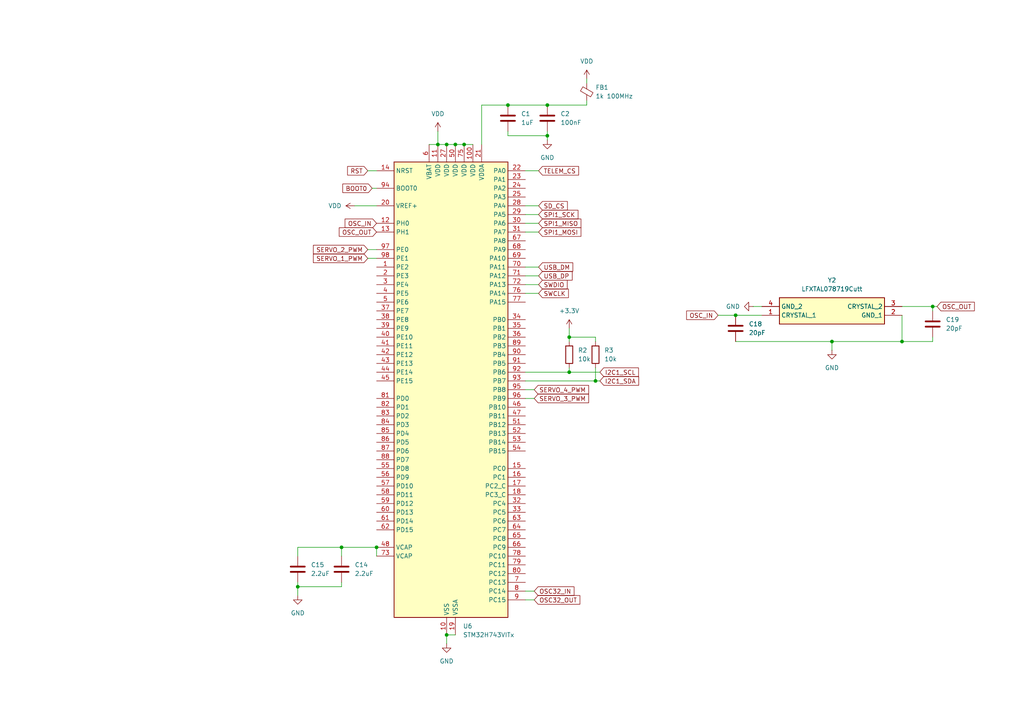
<source format=kicad_sch>
(kicad_sch (version 20231120) (generator "eeschema") (generator_version "8.0")
  (paper "A4")
  (lib_symbols
    (symbol "Device:C" (pin_numbers hide) (pin_names (offset 0.254))
      (property "Reference" "C" (at 0.635 2.54 0))
      (property "Value" "C" (at 0.635 -2.54 0))
      (symbol "C_0_1"
        (polyline (pts (xy -2.032 -0.762) (xy 2.032 -0.762)) (stroke (width 0.508)))
        (polyline (pts (xy -2.032 0.762) (xy 2.032 0.762)) (stroke (width 0.508)))
      )
      (symbol "C_1_1"
        (pin passive line (at 0 3.81 270) (length 2.794) (name "~") (number "1"))
        (pin passive line (at 0 -3.81 90) (length 2.794) (name "~") (number "2"))
      )
    )
    (symbol "Device:FerriteBead_Small" (pin_numbers hide) (pin_names (offset 0))
      (property "Reference" "FB" (at 1.905 1.27 0))
      (property "Value" "FerriteBead_Small" (at 1.905 -1.27 0))
      (symbol "FerriteBead_Small_0_1"
        (polyline (pts (xy 0 -1.27) (xy 0 -0.7874)))
        (polyline (pts (xy 0 0.889) (xy 0 1.2954)))
        (polyline (pts (xy -1.8288 0.2794) (xy -1.1176 1.4986) (xy 1.8288 -0.2032) (xy 1.1176 -1.4224) (xy -1.8288 0.2794)))
      )
      (symbol "FerriteBead_Small_1_1"
        (pin passive line (at 0 2.54 270) (length 1.27) (name "~") (number "1"))
        (pin passive line (at 0 -2.54 90) (length 1.27) (name "~") (number "2"))
      )
    )
    (symbol "Device:R" (pin_numbers hide) (pin_names (offset 0))
      (property "Reference" "R" (at 2.032 0 90))
      (property "Value" "R" (at 0 0 90))
      (symbol "R_0_1"
        (rectangle (start -1.016 -2.54) (end 1.016 2.54) (stroke (width 0.254)))
      )
      (symbol "R_1_1"
        (pin passive line (at 0 3.81 270) (length 1.27) (name "~") (number "1"))
        (pin passive line (at 0 -3.81 90) (length 1.27) (name "~") (number "2"))
      )
    )
    (symbol "MCU_ST_STM32H7:STM32H743VITx"
      (property "Reference" "U" (at -15.24 67.31 0))
      (property "Value" "STM32H743VITx" (at 12.7 67.31 0))
      (symbol "STM32H743VITx_0_1"
        (rectangle (start -15.24 -66.04) (end 17.78 66.04) (stroke (width 0.254)) (fill (type background)))
      )
      (symbol "STM32H743VITx_1_1"
        (pin bidirectional line (at -20.32 35.56 0) (length 5.08) (name "PE2") (number "1"))
        (pin power_in line (at 0 -71.12 90) (length 5.08) (name "VSS") (number "10"))
        (pin power_in line (at 7.62 71.12 270) (length 5.08) (name "VDD") (number "100"))
        (pin power_in line (at -2.54 71.12 270) (length 5.08) (name "VDD") (number "11"))
        (pin bidirectional line (at -20.32 48.26 0) (length 5.08) (name "PH0") (number "12"))
        (pin bidirectional line (at -20.32 45.72 0) (length 5.08) (name "PH1") (number "13"))
        (pin input line (at -20.32 63.5 0) (length 5.08) (name "NRST") (number "14"))
        (pin bidirectional line (at 22.86 -22.86 180) (length 5.08) (name "PC0") (number "15"))
        (pin bidirectional line (at 22.86 -25.4 180) (length 5.08) (name "PC1") (number "16"))
        (pin bidirectional line (at 22.86 -27.94 180) (length 5.08) (name "PC2_C") (number "17"))
        (pin bidirectional line (at 22.86 -30.48 180) (length 5.08) (name "PC3_C") (number "18"))
        (pin power_in line (at 2.54 -71.12 90) (length 5.08) (name "VSSA") (number "19"))
        (pin bidirectional line (at -20.32 33.02 0) (length 5.08) (name "PE3") (number "2"))
        (pin input line (at -20.32 53.34 0) (length 5.08) (name "VREF+") (number "20"))
        (pin power_in line (at 10.16 71.12 270) (length 5.08) (name "VDDA") (number "21"))
        (pin bidirectional line (at 22.86 63.5 180) (length 5.08) (name "PA0") (number "22"))
        (pin bidirectional line (at 22.86 60.96 180) (length 5.08) (name "PA1") (number "23"))
        (pin bidirectional line (at 22.86 58.42 180) (length 5.08) (name "PA2") (number "24"))
        (pin bidirectional line (at 22.86 55.88 180) (length 5.08) (name "PA3") (number "25"))
        (pin passive line (at 0 -71.12 90) (length 5.08) hide (name "VSS") (number "26"))
        (pin power_in line (at 0 71.12 270) (length 5.08) (name "VDD") (number "27"))
        (pin bidirectional line (at 22.86 53.34 180) (length 5.08) (name "PA4") (number "28"))
        (pin bidirectional line (at 22.86 50.8 180) (length 5.08) (name "PA5") (number "29"))
        (pin bidirectional line (at -20.32 30.48 0) (length 5.08) (name "PE4") (number "3"))
        (pin bidirectional line (at 22.86 48.26 180) (length 5.08) (name "PA6") (number "30"))
        (pin bidirectional line (at 22.86 45.72 180) (length 5.08) (name "PA7") (number "31"))
        (pin bidirectional line (at 22.86 -33.02 180) (length 5.08) (name "PC4") (number "32"))
        (pin bidirectional line (at 22.86 -35.56 180) (length 5.08) (name "PC5") (number "33"))
        (pin bidirectional line (at 22.86 20.32 180) (length 5.08) (name "PB0") (number "34"))
        (pin bidirectional line (at 22.86 17.78 180) (length 5.08) (name "PB1") (number "35"))
        (pin bidirectional line (at 22.86 15.24 180) (length 5.08) (name "PB2") (number "36"))
        (pin bidirectional line (at -20.32 22.86 0) (length 5.08) (name "PE7") (number "37"))
        (pin bidirectional line (at -20.32 20.32 0) (length 5.08) (name "PE8") (number "38"))
        (pin bidirectional line (at -20.32 17.78 0) (length 5.08) (name "PE9") (number "39"))
        (pin bidirectional line (at -20.32 27.94 0) (length 5.08) (name "PE5") (number "4"))
        (pin bidirectional line (at -20.32 15.24 0) (length 5.08) (name "PE10") (number "40"))
        (pin bidirectional line (at -20.32 12.7 0) (length 5.08) (name "PE11") (number "41"))
        (pin bidirectional line (at -20.32 10.16 0) (length 5.08) (name "PE12") (number "42"))
        (pin bidirectional line (at -20.32 7.62 0) (length 5.08) (name "PE13") (number "43"))
        (pin bidirectional line (at -20.32 5.08 0) (length 5.08) (name "PE14") (number "44"))
        (pin bidirectional line (at -20.32 2.54 0) (length 5.08) (name "PE15") (number "45"))
        (pin bidirectional line (at 22.86 -5.08 180) (length 5.08) (name "PB10") (number "46"))
        (pin bidirectional line (at 22.86 -7.62 180) (length 5.08) (name "PB11") (number "47"))
        (pin power_out line (at -20.32 -45.72 0) (length 5.08) (name "VCAP") (number "48"))
        (pin passive line (at 0 -71.12 90) (length 5.08) hide (name "VSS") (number "49"))
        (pin bidirectional line (at -20.32 25.4 0) (length 5.08) (name "PE6") (number "5"))
        (pin power_in line (at 2.54 71.12 270) (length 5.08) (name "VDD") (number "50"))
        (pin bidirectional line (at 22.86 -10.16 180) (length 5.08) (name "PB12") (number "51"))
        (pin bidirectional line (at 22.86 -12.7 180) (length 5.08) (name "PB13") (number "52"))
        (pin bidirectional line (at 22.86 -15.24 180) (length 5.08) (name "PB14") (number "53"))
        (pin bidirectional line (at 22.86 -17.78 180) (length 5.08) (name "PB15") (number "54"))
        (pin bidirectional line (at -20.32 -22.86 0) (length 5.08) (name "PD8") (number "55"))
        (pin bidirectional line (at -20.32 -25.4 0) (length 5.08) (name "PD9") (number "56"))
        (pin bidirectional line (at -20.32 -27.94 0) (length 5.08) (name "PD10") (number "57"))
        (pin bidirectional line (at -20.32 -30.48 0) (length 5.08) (name "PD11") (number "58"))
        (pin bidirectional line (at -20.32 -33.02 0) (length 5.08) (name "PD12") (number "59"))
        (pin power_in line (at -5.08 71.12 270) (length 5.08) (name "VBAT") (number "6"))
        (pin bidirectional line (at -20.32 -35.56 0) (length 5.08) (name "PD13") (number "60"))
        (pin bidirectional line (at -20.32 -38.1 0) (length 5.08) (name "PD14") (number "61"))
        (pin bidirectional line (at -20.32 -40.64 0) (length 5.08) (name "PD15") (number "62"))
        (pin bidirectional line (at 22.86 -38.1 180) (length 5.08) (name "PC6") (number "63"))
        (pin bidirectional line (at 22.86 -40.64 180) (length 5.08) (name "PC7") (number "64"))
        (pin bidirectional line (at 22.86 -43.18 180) (length 5.08) (name "PC8") (number "65"))
        (pin bidirectional line (at 22.86 -45.72 180) (length 5.08) (name "PC9") (number "66"))
        (pin bidirectional line (at 22.86 43.18 180) (length 5.08) (name "PA8") (number "67"))
        (pin bidirectional line (at 22.86 40.64 180) (length 5.08) (name "PA9") (number "68"))
        (pin bidirectional line (at 22.86 38.1 180) (length 5.08) (name "PA10") (number "69"))
        (pin bidirectional line (at 22.86 -55.88 180) (length 5.08) (name "PC13") (number "7"))
        (pin bidirectional line (at 22.86 35.56 180) (length 5.08) (name "PA11") (number "70"))
        (pin bidirectional line (at 22.86 33.02 180) (length 5.08) (name "PA12") (number "71"))
        (pin bidirectional line (at 22.86 30.48 180) (length 5.08) (name "PA13") (number "72"))
        (pin power_out line (at -20.32 -48.26 0) (length 5.08) (name "VCAP") (number "73"))
        (pin passive line (at 0 -71.12 90) (length 5.08) hide (name "VSS") (number "74"))
        (pin power_in line (at 5.08 71.12 270) (length 5.08) (name "VDD") (number "75"))
        (pin bidirectional line (at 22.86 27.94 180) (length 5.08) (name "PA14") (number "76"))
        (pin bidirectional line (at 22.86 25.4 180) (length 5.08) (name "PA15") (number "77"))
        (pin bidirectional line (at 22.86 -48.26 180) (length 5.08) (name "PC10") (number "78"))
        (pin bidirectional line (at 22.86 -50.8 180) (length 5.08) (name "PC11") (number "79"))
        (pin bidirectional line (at 22.86 -58.42 180) (length 5.08) (name "PC14") (number "8"))
        (pin bidirectional line (at 22.86 -53.34 180) (length 5.08) (name "PC12") (number "80"))
        (pin bidirectional line (at -20.32 -2.54 0) (length 5.08) (name "PD0") (number "81"))
        (pin bidirectional line (at -20.32 -5.08 0) (length 5.08) (name "PD1") (number "82"))
        (pin bidirectional line (at -20.32 -7.62 0) (length 5.08) (name "PD2") (number "83"))
        (pin bidirectional line (at -20.32 -10.16 0) (length 5.08) (name "PD3") (number "84"))
        (pin bidirectional line (at -20.32 -12.7 0) (length 5.08) (name "PD4") (number "85"))
        (pin bidirectional line (at -20.32 -15.24 0) (length 5.08) (name "PD5") (number "86"))
        (pin bidirectional line (at -20.32 -17.78 0) (length 5.08) (name "PD6") (number "87"))
        (pin bidirectional line (at -20.32 -20.32 0) (length 5.08) (name "PD7") (number "88"))
        (pin bidirectional line (at 22.86 12.7 180) (length 5.08) (name "PB3") (number "89"))
        (pin bidirectional line (at 22.86 -60.96 180) (length 5.08) (name "PC15") (number "9"))
        (pin bidirectional line (at 22.86 10.16 180) (length 5.08) (name "PB4") (number "90"))
        (pin bidirectional line (at 22.86 7.62 180) (length 5.08) (name "PB5") (number "91"))
        (pin bidirectional line (at 22.86 5.08 180) (length 5.08) (name "PB6") (number "92"))
        (pin bidirectional line (at 22.86 2.54 180) (length 5.08) (name "PB7") (number "93"))
        (pin input line (at -20.32 58.42 0) (length 5.08) (name "BOOT0") (number "94"))
        (pin bidirectional line (at 22.86 0 180) (length 5.08) (name "PB8") (number "95"))
        (pin bidirectional line (at 22.86 -2.54 180) (length 5.08) (name "PB9") (number "96"))
        (pin bidirectional line (at -20.32 40.64 0) (length 5.08) (name "PE0") (number "97"))
        (pin bidirectional line (at -20.32 38.1 0) (length 5.08) (name "PE1") (number "98"))
        (pin passive line (at 0 -71.12 90) (length 5.08) hide (name "VSS") (number "99"))
      )
    )
    (symbol "VanguardLib:LFXTAL078719Cutt"
      (property "Reference" "Y" (at 36.83 7.62 0))
      (property "Value" "LFXTAL078719Cutt" (at 36.83 5.08 0))
      (symbol "LFXTAL078719Cutt_1_1"
        (rectangle (start 5.08 2.54) (end 35.56 -5.08) (stroke (width 0.254)) (fill (type background)))
        (pin passive line (at 0 -2.54 0) (length 5.08) (name "CRYSTAL_1") (number "1"))
        (pin passive line (at 40.64 -2.54 180) (length 5.08) (name "GND_1") (number "2"))
        (pin passive line (at 40.64 0 180) (length 5.08) (name "CRYSTAL_2") (number "3"))
        (pin passive line (at 0 0 0) (length 5.08) (name "GND_2") (number "4"))
      )
    )
    (symbol "power:+3.3V" (power) (pin_numbers hide) (pin_names (offset 0) hide)
      (property "Value" "+3.3V" (at 0 3.556 0))
      (symbol "+3.3V_0_1"
        (polyline (pts (xy -0.762 1.27) (xy 0 2.54)))
        (polyline (pts (xy 0 0) (xy 0 2.54)))
        (polyline (pts (xy 0 2.54) (xy 0.762 1.27)))
      )
      (symbol "+3.3V_1_1"
        (pin power_in line (at 0 0 90) (length 0) (name "~") (number "1"))
      )
    )
    (symbol "power:GND" (power) (pin_numbers hide) (pin_names (offset 0) hide)
      (property "Value" "GND" (at 0 -3.81 0))
      (symbol "GND_0_1"
        (polyline (pts (xy 0 0) (xy 0 -1.27) (xy 1.27 -1.27) (xy 0 -2.54) (xy -1.27 -1.27) (xy 0 -1.27)))
      )
      (symbol "GND_1_1"
        (pin power_in line (at 0 0 270) (length 0) (name "~") (number "1"))
      )
    )
    (symbol "power:VDD" (power) (pin_numbers hide) (pin_names (offset 0) hide)
      (property "Value" "VDD" (at 0 3.556 0))
      (symbol "VDD_0_1"
        (polyline (pts (xy -0.762 1.27) (xy 0 2.54)))
        (polyline (pts (xy 0 0) (xy 0 2.54)))
        (polyline (pts (xy 0 2.54) (xy 0.762 1.27)))
      )
      (symbol "VDD_1_1"
        (pin power_in line (at 0 0 90) (length 0) (name "~") (number "1"))
      )
    )
  )
  (junction (at 99.06 158.75))
  (junction (at 132.08 41.91))
  (junction (at 86.36 170.18))
  (junction (at 109.22 158.75))
  (junction (at 134.62 41.91))
  (junction (at 261.62 99.06))
  (junction (at 158.75 30.48))
  (junction (at 129.54 41.91))
  (junction (at 165.1 97.79))
  (junction (at 147.32 30.48))
  (junction (at 165.1 107.95))
  (junction (at 213.36 91.44))
  (junction (at 241.3 99.06))
  (junction (at 270.51 88.9))
  (junction (at 129.54 184.15))
  (junction (at 158.75 39.37))
  (junction (at 127 41.91))
  (junction (at 172.72 110.49))
  (wire (pts (xy 129.54 184.15) (xy 132.08 184.15)))
  (wire (pts (xy 172.72 97.79) (xy 172.72 99.06)))
  (wire (pts (xy 124.46 41.91) (xy 127 41.91)))
  (wire (pts (xy 99.06 158.75) (xy 86.36 158.75)))
  (wire (pts (xy 129.54 184.15) (xy 129.54 186.69)))
  (wire (pts (xy 165.1 97.79) (xy 172.72 97.79)))
  (wire (pts (xy 271.78 88.9) (xy 270.51 88.9)))
  (wire (pts (xy 86.36 168.91) (xy 86.36 170.18)))
  (wire (pts (xy 147.32 39.37) (xy 147.32 38.1)))
  (wire (pts (xy 213.36 99.06) (xy 241.3 99.06)))
  (wire (pts (xy 270.51 88.9) (xy 261.62 88.9)))
  (wire (pts (xy 152.4 110.49) (xy 172.72 110.49)))
  (wire (pts (xy 241.3 99.06) (xy 261.62 99.06)))
  (wire (pts (xy 152.4 62.23) (xy 156.21 62.23)))
  (wire (pts (xy 165.1 97.79) (xy 165.1 99.06)))
  (wire (pts (xy 218.44 88.9) (xy 220.98 88.9)))
  (wire (pts (xy 132.08 41.91) (xy 134.62 41.91)))
  (wire (pts (xy 147.32 30.48) (xy 158.75 30.48)))
  (wire (pts (xy 208.28 91.44) (xy 213.36 91.44)))
  (wire (pts (xy 152.4 171.45) (xy 154.94 171.45)))
  (wire (pts (xy 106.68 72.39) (xy 109.22 72.39)))
  (wire (pts (xy 107.95 54.61) (xy 109.22 54.61)))
  (wire (pts (xy 152.4 85.09) (xy 156.21 85.09)))
  (wire (pts (xy 170.18 22.86) (xy 170.18 24.13)))
  (wire (pts (xy 152.4 107.95) (xy 165.1 107.95)))
  (wire (pts (xy 270.51 99.06) (xy 270.51 97.79)))
  (wire (pts (xy 152.4 82.55) (xy 156.21 82.55)))
  (wire (pts (xy 158.75 38.1) (xy 158.75 39.37)))
  (wire (pts (xy 152.4 80.01) (xy 156.21 80.01)))
  (wire (pts (xy 165.1 95.25) (xy 165.1 97.79)))
  (wire (pts (xy 99.06 158.75) (xy 109.22 158.75)))
  (wire (pts (xy 134.62 41.91) (xy 137.16 41.91)))
  (wire (pts (xy 129.54 41.91) (xy 132.08 41.91)))
  (wire (pts (xy 127 38.1) (xy 127 41.91)))
  (wire (pts (xy 152.4 59.69) (xy 156.21 59.69)))
  (wire (pts (xy 152.4 173.99) (xy 154.94 173.99)))
  (wire (pts (xy 99.06 161.29) (xy 99.06 158.75)))
  (wire (pts (xy 165.1 107.95) (xy 173.99 107.95)))
  (wire (pts (xy 152.4 49.53) (xy 156.21 49.53)))
  (wire (pts (xy 99.06 170.18) (xy 99.06 168.91)))
  (wire (pts (xy 241.3 99.06) (xy 241.3 101.6)))
  (wire (pts (xy 86.36 158.75) (xy 86.36 161.29)))
  (wire (pts (xy 127 41.91) (xy 129.54 41.91)))
  (wire (pts (xy 139.7 30.48) (xy 147.32 30.48)))
  (wire (pts (xy 170.18 30.48) (xy 158.75 30.48)))
  (wire (pts (xy 147.32 39.37) (xy 158.75 39.37)))
  (wire (pts (xy 170.18 29.21) (xy 170.18 30.48)))
  (wire (pts (xy 152.4 113.03) (xy 154.94 113.03)))
  (wire (pts (xy 172.72 110.49) (xy 173.99 110.49)))
  (wire (pts (xy 261.62 91.44) (xy 261.62 99.06)))
  (wire (pts (xy 261.62 99.06) (xy 270.51 99.06)))
  (wire (pts (xy 213.36 91.44) (xy 220.98 91.44)))
  (wire (pts (xy 86.36 170.18) (xy 86.36 172.72)))
  (wire (pts (xy 109.22 158.75) (xy 109.22 161.29)))
  (wire (pts (xy 106.68 49.53) (xy 109.22 49.53)))
  (wire (pts (xy 139.7 30.48) (xy 139.7 41.91)))
  (wire (pts (xy 109.22 59.69) (xy 102.87 59.69)))
  (wire (pts (xy 172.72 106.68) (xy 172.72 110.49)))
  (wire (pts (xy 152.4 67.31) (xy 156.21 67.31)))
  (wire (pts (xy 152.4 77.47) (xy 156.21 77.47)))
  (wire (pts (xy 152.4 64.77) (xy 156.21 64.77)))
  (wire (pts (xy 106.68 74.93) (xy 109.22 74.93)))
  (wire (pts (xy 165.1 106.68) (xy 165.1 107.95)))
  (wire (pts (xy 86.36 170.18) (xy 99.06 170.18)))
  (wire (pts (xy 158.75 39.37) (xy 158.75 40.64)))
  (wire (pts (xy 270.51 88.9) (xy 270.51 90.17)))
  (wire (pts (xy 152.4 115.57) (xy 154.94 115.57)))
  (global_label "SERVO_2_PWM" (shape input) (at 106.68 72.39 180) (property "Intersheetrefs" "${INTERSHEET_REFS}" (effects (hide yes))))
  (global_label "OSC_IN" (shape input) (at 208.28 91.44 180) (property "Intersheetrefs" "${INTERSHEET_REFS}" (effects (hide yes))))
  (global_label "I2C1_SCL" (shape input) (at 173.99 107.95 0) (property "Intersheetrefs" "${INTERSHEET_REFS}" (effects (hide yes))))
  (global_label "OSC32_IN" (shape input) (at 154.94 171.45 0) (property "Intersheetrefs" "${INTERSHEET_REFS}" (effects (hide yes))))
  (global_label "SWDIO" (shape input) (at 156.21 82.55 0) (property "Intersheetrefs" "${INTERSHEET_REFS}" (effects (hide yes))))
  (global_label "OSC32_OUT" (shape input) (at 154.94 173.99 0) (property "Intersheetrefs" "${INTERSHEET_REFS}" (effects (hide yes))))
  (global_label "SPI1_MOSI" (shape input) (at 156.21 67.31 0) (property "Intersheetrefs" "${INTERSHEET_REFS}" (effects (hide yes))))
  (global_label "BOOT0" (shape input) (at 107.95 54.61 180) (property "Intersheetrefs" "${INTERSHEET_REFS}" (effects (hide yes))))
  (global_label "OSC_IN" (shape input) (at 109.22 64.77 180) (property "Intersheetrefs" "${INTERSHEET_REFS}" (effects (hide yes))))
  (global_label "SWCLK" (shape input) (at 156.21 85.09 0) (property "Intersheetrefs" "${INTERSHEET_REFS}" (effects (hide yes))))
  (global_label "SERVO_3_PWM" (shape input) (at 154.94 115.57 0) (property "Intersheetrefs" "${INTERSHEET_REFS}" (effects (hide yes))))
  (global_label "USB_DP" (shape input) (at 156.21 80.01 0) (property "Intersheetrefs" "${INTERSHEET_REFS}" (effects (hide yes))))
  (global_label "SD_CS" (shape input) (at 156.21 59.69 0) (property "Intersheetrefs" "${INTERSHEET_REFS}" (effects (hide yes))))
  (global_label "TELEM_CS" (shape input) (at 156.21 49.53 0) (property "Intersheetrefs" "${INTERSHEET_REFS}" (effects (hide yes))))
  (global_label "OSC_OUT" (shape input) (at 271.78 88.9 0) (property "Intersheetrefs" "${INTERSHEET_REFS}" (effects (hide yes))))
  (global_label "SERVO_4_PWM" (shape input) (at 154.94 113.03 0) (property "Intersheetrefs" "${INTERSHEET_REFS}" (effects (hide yes))))
  (global_label "I2C1_SDA" (shape input) (at 173.99 110.49 0) (property "Intersheetrefs" "${INTERSHEET_REFS}" (effects (hide yes))))
  (global_label "USB_DM" (shape input) (at 156.21 77.47 0) (property "Intersheetrefs" "${INTERSHEET_REFS}" (effects (hide yes))))
  (global_label "OSC_OUT" (shape input) (at 109.22 67.31 180) (property "Intersheetrefs" "${INTERSHEET_REFS}" (effects (hide yes))))
  (global_label "SPI1_SCK" (shape input) (at 156.21 62.23 0) (property "Intersheetrefs" "${INTERSHEET_REFS}" (effects (hide yes))))
  (global_label "SERVO_1_PWM" (shape input) (at 106.68 74.93 180) (property "Intersheetrefs" "${INTERSHEET_REFS}" (effects (hide yes))))
  (global_label "SPI1_MISO" (shape input) (at 156.21 64.77 0) (property "Intersheetrefs" "${INTERSHEET_REFS}" (effects (hide yes))))
  (global_label "RST" (shape input) (at 106.68 49.53 180) (property "Intersheetrefs" "${INTERSHEET_REFS}" (effects (hide yes))))
  (symbol (lib_id "Device:C") (at 158.75 34.29 0) (unit 1)
    (property "Reference" "C2" (at 162.56 33.0199 0) (effects (justify left)))
    (property "Value" "100nF" (at 162.56 35.5599 0) (effects (justify left)))
    (property "Footprint" "Capacitor_SMD:C_0402_1005Metric" (effects (hide yes)))
    (property "Description" "Unpolarized capacitor" (effects (hide yes)))
  )
  (symbol (lib_id "power:GND") (at 129.54 186.69 0) (unit 1)
    (property "Reference" "#PWR04" (effects (hide yes)))
    (property "Value" "GND" (at 129.54 191.77 0))
    (property "Description" "Power symbol creates a global label with name \"GND\" , ground" (effects (hide yes)))
  )
  (symbol (lib_id "power:GND") (at 158.75 40.64 0) (unit 1)
    (property "Reference" "#PWR02" (effects (hide yes)))
    (property "Value" "GND" (at 158.75 45.72 0))
    (property "Description" "Power symbol creates a global label with name \"GND\" , ground" (effects (hide yes)))
  )
  (symbol (lib_id "Device:R") (at 165.1 102.87 0) (unit 1)
    (property "Reference" "R2" (at 167.64 101.5999 0) (effects (justify left)))
    (property "Value" "10k" (at 167.64 104.1399 0) (effects (justify left)))
    (property "Footprint" "Resistor_SMD:R_0402_1005Metric" (effects (hide yes)))
    (property "Description" "Resistor" (effects (hide yes)))
  )
  (symbol (lib_id "MCU_ST_STM32H7:STM32H743VITx") (at 129.54 113.03 0) (unit 1)
    (property "Reference" "U6" (at 134.2741 181.61 0) (effects (justify left)))
    (property "Value" "STM32H743VITx" (at 134.2741 184.15 0) (effects (justify left)))
    (property "Footprint" "Package_QFP:LQFP-100_14x14mm_P0.5mm" (effects (hide yes)))
    (property "Datasheet" "https://www.st.com/resource/en/datasheet/stm32h743vi.pdf" (effects (hide yes)))
    (property "Description" "STMicroelectronics Arm Cortex-M7 MCU, 2048KB flash, 1024KB RAM, 480 MHz, 1.71-3.6V, 82 GPIO, LQFP100" (effects (hide yes)))
  )
  (symbol (lib_id "Device:C") (at 270.51 93.98 180) (unit 1)
    (property "Reference" "C19" (at 274.32 92.7099 0) (effects (justify right)))
    (property "Value" "20pF" (at 274.32 95.2499 0) (effects (justify right)))
    (property "Footprint" "Capacitor_SMD:C_0402_1005Metric" (effects (hide yes)))
    (property "Description" "Unpolarized capacitor" (effects (hide yes)))
  )
  (symbol (lib_id "power:GND") (at 218.44 88.9 270) (unit 1)
    (property "Reference" "#PWR026" (effects (hide yes)))
    (property "Value" "GND" (at 214.63 88.8999 90) (effects (justify right)))
    (property "Description" "Power symbol creates a global label with name \"GND\" , ground" (effects (hide yes)))
  )
  (symbol (lib_id "power:+3.3V") (at 165.1 95.25 0) (unit 1)
    (property "Reference" "#PWR030" (effects (hide yes)))
    (property "Value" "+3.3V" (at 165.1 90.17 0))
    (property "Description" "Power symbol creates a global label with name \"+3.3V\"" (effects (hide yes)))
  )
  (symbol (lib_id "power:VDD") (at 102.87 59.69 90) (unit 1)
    (property "Reference" "#PWR017" (effects (hide yes)))
    (property "Value" "VDD" (at 99.06 59.6899 90) (effects (justify left)))
    (property "Description" "Power symbol creates a global label with name \"VDD\"" (effects (hide yes)))
  )
  (symbol (lib_id "VanguardLib:LFXTAL078719Cutt") (at 220.98 88.9 0) (unit 1)
    (property "Reference" "Y2" (at 241.3 81.28 0))
    (property "Value" "LFXTAL078719Cutt" (at 241.3 83.82 0))
    (property "Footprint" "VanguardLib:LFXTAL078719Cutt" (effects (hide yes)))
    (property "Datasheet" "https://www.mouser.de/datasheet/2/741/LFXTAL078719Cutt-1623884.pdf" (effects (hide yes)))
    (property "Description" "Crystals 25MHz 10ppm 10pF -20C + 70C" (effects (hide yes)))
    (property "Height" "0.6" (effects (hide yes)))
    (property "Manufacturer_Name" "IQD" (effects (hide yes)))
    (property "Manufacturer_Part_Number" "LFXTAL078719Cutt" (effects (hide yes)))
    (property "Mouser Part Number" "449-LFXTAL078719CUTT" (effects (hide yes)))
    (property "Mouser Price/Stock" "https://www.mouser.co.uk/ProductDetail/IQD/LFXTAL078719Cutt?qs=P1JMDcb91o7cvJoHnSA2xw%3D%3D" (effects (hide yes)))
  )
  (symbol (lib_id "power:GND") (at 86.36 172.72 0) (unit 1)
    (property "Reference" "#PWR016" (effects (hide yes)))
    (property "Value" "GND" (at 86.36 177.8 0))
    (property "Description" "Power symbol creates a global label with name \"GND\" , ground" (effects (hide yes)))
  )
  (symbol (lib_id "power:VDD") (at 170.18 22.86 0) (unit 1)
    (property "Reference" "#PWR03" (effects (hide yes)))
    (property "Value" "VDD" (at 170.18 17.78 0))
    (property "Description" "Power symbol creates a global label with name \"VDD\"" (effects (hide yes)))
  )
  (symbol (lib_id "Device:FerriteBead_Small") (at 170.18 26.67 0) (unit 1)
    (property "Reference" "FB1" (at 172.72 25.3618 0) (effects (justify left)))
    (property "Value" "1k 100MHz" (at 172.72 27.9018 0) (effects (justify left)))
    (property "Footprint" "Capacitor_SMD:C_0603_1608Metric" (effects (hide yes)))
    (property "Datasheet" "https://www.mouser.com/datasheet/2/281/ENFA0004-1915711.pdf" (effects (hide yes)))
    (property "Description" "Ferrite bead, small symbol" (effects (hide yes)))
  )
  (symbol (lib_id "Device:C") (at 86.36 165.1 0) (unit 1)
    (property "Reference" "C15" (at 90.17 163.8299 0) (effects (justify left)))
    (property "Value" "2.2uF" (at 90.17 166.3699 0) (effects (justify left)))
    (property "Footprint" "Capacitor_SMD:C_0402_1005Metric" (effects (hide yes)))
    (property "Description" "Unpolarized capacitor" (effects (hide yes)))
  )
  (symbol (lib_id "Device:R") (at 172.72 102.87 0) (unit 1)
    (property "Reference" "R3" (at 175.26 101.5999 0) (effects (justify left)))
    (property "Value" "10k" (at 175.26 104.1399 0) (effects (justify left)))
    (property "Footprint" "Resistor_SMD:R_0402_1005Metric" (effects (hide yes)))
    (property "Description" "Resistor" (effects (hide yes)))
  )
  (symbol (lib_id "Device:C") (at 147.32 34.29 0) (unit 1)
    (property "Reference" "C1" (at 151.13 33.0199 0) (effects (justify left)))
    (property "Value" "1uF" (at 151.13 35.5599 0) (effects (justify left)))
    (property "Footprint" "Capacitor_SMD:C_0402_1005Metric" (effects (hide yes)))
    (property "Description" "Unpolarized capacitor" (effects (hide yes)))
  )
  (symbol (lib_id "Device:C") (at 213.36 95.25 180) (unit 1)
    (property "Reference" "C18" (at 217.17 93.9799 0) (effects (justify right)))
    (property "Value" "20pF" (at 217.17 96.5199 0) (effects (justify right)))
    (property "Footprint" "Capacitor_SMD:C_0402_1005Metric" (effects (hide yes)))
    (property "Description" "Unpolarized capacitor" (effects (hide yes)))
  )
  (symbol (lib_id "power:VDD") (at 127 38.1 0) (unit 1)
    (property "Reference" "#PWR01" (effects (hide yes)))
    (property "Value" "VDD" (at 127 33.02 0))
    (property "Description" "Power symbol creates a global label with name \"VDD\"" (effects (hide yes)))
  )
  (symbol (lib_id "Device:C") (at 99.06 165.1 0) (unit 1)
    (property "Reference" "C14" (at 102.87 163.8299 0) (effects (justify left)))
    (property "Value" "2.2uF" (at 102.87 166.3699 0) (effects (justify left)))
    (property "Footprint" "Capacitor_SMD:C_0402_1005Metric" (effects (hide yes)))
    (property "Description" "Unpolarized capacitor" (effects (hide yes)))
  )
  (symbol (lib_id "power:GND") (at 241.3 101.6 0) (unit 1)
    (property "Reference" "#PWR025" (effects (hide yes)))
    (property "Value" "GND" (at 241.3 106.68 0))
    (property "Description" "Power symbol creates a global label with name \"GND\" , ground" (effects (hide yes)))
  )
)
</source>
